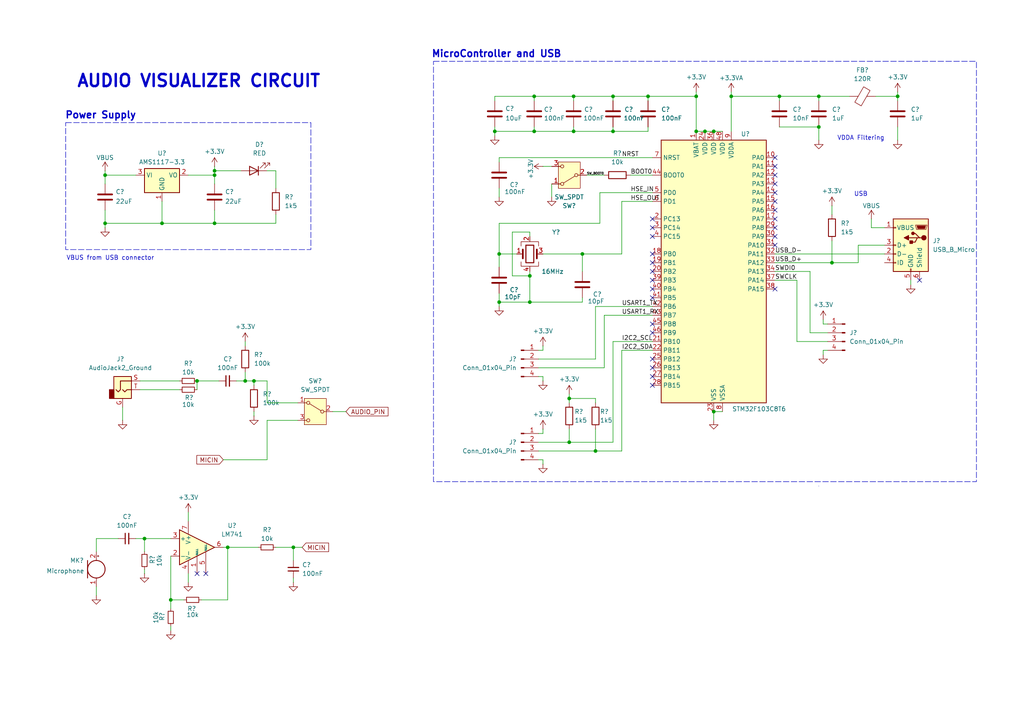
<source format=kicad_sch>
(kicad_sch (version 20231120) (generator "eeschema") (generator_version "8.0")
  (paper "A4")
  (title_block (title "Audio Visualizer PCB") (date "2024-12-26") (rev "0.1"))
  (lib_symbols
    (symbol "Amplifier_Operational:LM741" (pin_names (offset 0.127))
      (property "Reference" "U" (at 0 6.35 0))
      (property "Value" "LM741" (at 0 3.81 0))
      (symbol "LM741_0_1"
        (polyline (pts (xy -5.08 5.08) (xy 5.08 0) (xy -5.08 -5.08) (xy -5.08 5.08)) (stroke (width 0.254)) (fill (type background)))
      )
      (symbol "LM741_1_1"
        (pin input line (at 0 -7.62 90) (length 5.08) (name "NULL") (number "1"))
        (pin input line (at -7.62 -2.54 0) (length 2.54) (name "-") (number "2"))
        (pin input line (at -7.62 2.54 0) (length 2.54) (name "+") (number "3"))
        (pin power_in line (at -2.54 -7.62 90) (length 3.81) (name "V-") (number "4"))
        (pin input line (at 2.54 -7.62 90) (length 6.35) (name "NULL") (number "5"))
        (pin output line (at 7.62 0 180) (length 2.54) (name "~") (number "6"))
        (pin power_in line (at -2.54 7.62 270) (length 3.81) (name "V+") (number "7"))
        (pin no_connect line (at 0 2.54 270) (length 2.54) hide (name "NC") (number "8"))
      )
    )
    (symbol "Connector:Conn_01x04_Pin" (pin_names (offset 1.016) hide)
      (property "Reference" "J" (at 0 5.08 0))
      (property "Value" "Conn_01x04_Pin" (at 0 -7.62 0))
      (symbol "Conn_01x04_Pin_1_1"
        (polyline (pts (xy 1.27 -5.08) (xy 0.8636 -5.08)) (stroke (width 0.1524)))
        (polyline (pts (xy 1.27 -2.54) (xy 0.8636 -2.54)) (stroke (width 0.1524)))
        (polyline (pts (xy 1.27 0) (xy 0.8636 0)) (stroke (width 0.1524)))
        (polyline (pts (xy 1.27 2.54) (xy 0.8636 2.54)) (stroke (width 0.1524)))
        (rectangle (start 0.8636 -4.953) (end 0 -5.207) (stroke (width 0.1524)) (fill (type outline)))
        (rectangle (start 0.8636 -2.413) (end 0 -2.667) (stroke (width 0.1524)) (fill (type outline)))
        (rectangle (start 0.8636 0.127) (end 0 -0.127) (stroke (width 0.1524)) (fill (type outline)))
        (rectangle (start 0.8636 2.667) (end 0 2.413) (stroke (width 0.1524)) (fill (type outline)))
        (pin passive line (at 5.08 2.54 180) (length 3.81) (name "Pin_1") (number "1"))
        (pin passive line (at 5.08 0 180) (length 3.81) (name "Pin_2") (number "2"))
        (pin passive line (at 5.08 -2.54 180) (length 3.81) (name "Pin_3") (number "3"))
        (pin passive line (at 5.08 -5.08 180) (length 3.81) (name "Pin_4") (number "4"))
      )
    )
    (symbol "Connector:USB_B_Micro" (pin_names (offset 1.016))
      (property "Reference" "J" (at -5.08 11.43 0))
      (property "Value" "USB_B_Micro" (at -5.08 8.89 0))
      (symbol "USB_B_Micro_0_1"
        (rectangle (start -5.08 -7.62) (end 5.08 7.62) (stroke (width 0.254)) (fill (type background)))
        (circle (center -3.81 2.159) (radius 0.635) (stroke (width 0.254)) (fill (type outline)))
        (circle (center -0.635 3.429) (radius 0.381) (stroke (width 0.254)) (fill (type outline)))
        (rectangle (start -0.127 -7.62) (end 0.127 -6.858))
        (polyline (pts (xy -1.905 2.159) (xy 0.635 2.159)) (stroke (width 0.254)))
        (polyline (pts (xy -3.175 2.159) (xy -2.54 2.159) (xy -1.27 3.429) (xy -0.635 3.429)) (stroke (width 0.254)))
        (polyline (pts (xy -2.54 2.159) (xy -1.905 2.159) (xy -1.27 0.889) (xy 0 0.889)) (stroke (width 0.254)))
        (polyline (pts (xy 0.635 2.794) (xy 0.635 1.524) (xy 1.905 2.159) (xy 0.635 2.794)) (stroke (width 0.254)) (fill (type outline)))
        (polyline (pts (xy -4.318 5.588) (xy -1.778 5.588) (xy -2.032 4.826) (xy -4.064 4.826) (xy -4.318 5.588)) (fill (type outline)))
        (polyline (pts (xy -4.699 5.842) (xy -4.699 5.588) (xy -4.445 4.826) (xy -4.445 4.572) (xy -1.651 4.572) (xy -1.651 4.826) (xy -1.397 5.588) (xy -1.397 5.842) (xy -4.699 5.842)))
        (rectangle (start 0.254 1.27) (end -0.508 0.508) (stroke (width 0.254)) (fill (type outline)))
        (rectangle (start 5.08 -5.207) (end 4.318 -4.953))
        (rectangle (start 5.08 -2.667) (end 4.318 -2.413))
        (rectangle (start 5.08 -0.127) (end 4.318 0.127))
        (rectangle (start 5.08 4.953) (end 4.318 5.207))
      )
      (symbol "USB_B_Micro_1_1"
        (pin power_out line (at 7.62 5.08 180) (length 2.54) (name "VBUS") (number "1"))
        (pin bidirectional line (at 7.62 -2.54 180) (length 2.54) (name "D-") (number "2"))
        (pin bidirectional line (at 7.62 0 180) (length 2.54) (name "D+") (number "3"))
        (pin passive line (at 7.62 -5.08 180) (length 2.54) (name "ID") (number "4"))
        (pin power_out line (at 0 -10.16 90) (length 2.54) (name "GND") (number "5"))
        (pin passive line (at -2.54 -10.16 90) (length 2.54) (name "Shield") (number "6"))
      )
    )
    (symbol "Connector_Audio:AudioJack2_Ground"
      (property "Reference" "J" (at 0 8.89 0))
      (property "Value" "AudioJack2_Ground" (at 0 6.35 0))
      (symbol "AudioJack2_Ground_0_1"
        (rectangle (start -2.54 -2.54) (end -3.81 0) (stroke (width 0.254)) (fill (type outline)))
        (polyline (pts (xy 0 0) (xy 0.635 -0.635) (xy 1.27 0) (xy 2.54 0)) (stroke (width 0.254)))
        (polyline (pts (xy 2.54 2.54) (xy -0.635 2.54) (xy -0.635 0) (xy -1.27 -0.635) (xy -1.905 0)) (stroke (width 0.254)))
        (rectangle (start 2.54 3.81) (end -2.54 -2.54) (stroke (width 0.254)) (fill (type background)))
      )
      (symbol "AudioJack2_Ground_1_1"
        (pin passive line (at 0 -5.08 90) (length 2.54) (name "~") (number "G"))
        (pin passive line (at 5.08 2.54 180) (length 2.54) (name "~") (number "S"))
        (pin passive line (at 5.08 0 180) (length 2.54) (name "~") (number "T"))
      )
    )
    (symbol "Device:C" (pin_numbers hide) (pin_names (offset 0.254))
      (property "Reference" "C" (at 0.635 2.54 0))
      (property "Value" "C" (at 0.635 -2.54 0))
      (symbol "C_0_1"
        (polyline (pts (xy -2.032 -0.762) (xy 2.032 -0.762)) (stroke (width 0.508)))
        (polyline (pts (xy -2.032 0.762) (xy 2.032 0.762)) (stroke (width 0.508)))
      )
      (symbol "C_1_1"
        (pin passive line (at 0 3.81 270) (length 2.794) (name "~") (number "1"))
        (pin passive line (at 0 -3.81 90) (length 2.794) (name "~") (number "2"))
      )
    )
    (symbol "Device:C_Small" (pin_numbers hide) (pin_names (offset 0.254) hide)
      (property "Reference" "C" (at 0.254 1.778 0))
      (property "Value" "C_Small" (at 0.254 -2.032 0))
      (symbol "C_Small_0_1"
        (polyline (pts (xy -1.524 -0.508) (xy 1.524 -0.508)) (stroke (width 0.3302)))
        (polyline (pts (xy -1.524 0.508) (xy 1.524 0.508)) (stroke (width 0.3048)))
      )
      (symbol "C_Small_1_1"
        (pin passive line (at 0 2.54 270) (length 2.032) (name "~") (number "1"))
        (pin passive line (at 0 -2.54 90) (length 2.032) (name "~") (number "2"))
      )
    )
    (symbol "Device:Crystal_GND24" (pin_names (offset 1.016) hide)
      (property "Reference" "Y" (at 3.175 5.08 0))
      (property "Value" "Crystal_GND24" (at 3.175 3.175 0))
      (symbol "Crystal_GND24_0_1"
        (rectangle (start -1.143 2.54) (end 1.143 -2.54) (stroke (width 0.3048)))
        (polyline (pts (xy -2.54 0) (xy -2.032 0)))
        (polyline (pts (xy -2.032 -1.27) (xy -2.032 1.27)) (stroke (width 0.508)))
        (polyline (pts (xy 0 -3.81) (xy 0 -3.556)))
        (polyline (pts (xy 0 3.556) (xy 0 3.81)))
        (polyline (pts (xy 2.032 -1.27) (xy 2.032 1.27)) (stroke (width 0.508)))
        (polyline (pts (xy 2.032 0) (xy 2.54 0)))
        (polyline (pts (xy -2.54 -2.286) (xy -2.54 -3.556) (xy 2.54 -3.556) (xy 2.54 -2.286)))
        (polyline (pts (xy -2.54 2.286) (xy -2.54 3.556) (xy 2.54 3.556) (xy 2.54 2.286)))
      )
      (symbol "Crystal_GND24_1_1"
        (pin passive line (at -3.81 0 0) (length 1.27) (name "1") (number "1"))
        (pin passive line (at 0 5.08 270) (length 1.27) (name "2") (number "2"))
        (pin passive line (at 3.81 0 180) (length 1.27) (name "3") (number "3"))
        (pin passive line (at 0 -5.08 90) (length 1.27) (name "4") (number "4"))
      )
    )
    (symbol "Device:FerriteBead" (pin_numbers hide) (pin_names (offset 0))
      (property "Reference" "FB" (at -3.81 0.635 90))
      (property "Value" "FerriteBead" (at 3.81 0 90))
      (symbol "FerriteBead_0_1"
        (polyline (pts (xy 0 -1.27) (xy 0 -1.2192)))
        (polyline (pts (xy 0 1.27) (xy 0 1.2954)))
        (polyline (pts (xy -2.7686 0.4064) (xy -1.7018 2.2606) (xy 2.7686 -0.3048) (xy 1.6764 -2.159) (xy -2.7686 0.4064)))
      )
      (symbol "FerriteBead_1_1"
        (pin passive line (at 0 3.81 270) (length 2.54) (name "~") (number "1"))
        (pin passive line (at 0 -3.81 90) (length 2.54) (name "~") (number "2"))
      )
    )
    (symbol "Device:LED" (pin_numbers hide) (pin_names (offset 1.016) hide)
      (property "Reference" "D" (at 0 2.54 0))
      (property "Value" "LED" (at 0 -2.54 0))
      (symbol "LED_0_1"
        (polyline (pts (xy -1.27 -1.27) (xy -1.27 1.27)) (stroke (width 0.254)))
        (polyline (pts (xy -1.27 0) (xy 1.27 0)))
        (polyline (pts (xy 1.27 -1.27) (xy 1.27 1.27) (xy -1.27 0) (xy 1.27 -1.27)) (stroke (width 0.254)))
        (polyline (pts (xy -3.048 -0.762) (xy -4.572 -2.286) (xy -3.81 -2.286) (xy -4.572 -2.286) (xy -4.572 -1.524)))
        (polyline (pts (xy -1.778 -0.762) (xy -3.302 -2.286) (xy -2.54 -2.286) (xy -3.302 -2.286) (xy -3.302 -1.524)))
      )
      (symbol "LED_1_1"
        (pin passive line (at -3.81 0 0) (length 2.54) (name "K") (number "1"))
        (pin passive line (at 3.81 0 180) (length 2.54) (name "A") (number "2"))
      )
    )
    (symbol "Device:Microphone" (pin_names (offset 0.0254) hide)
      (property "Reference" "MK" (at -3.81 1.27 0))
      (property "Value" "Microphone" (at -3.81 -0.635 0))
      (symbol "Microphone_0_1"
        (polyline (pts (xy -2.54 2.54) (xy -2.54 -2.54)) (stroke (width 0.254)))
        (polyline (pts (xy 0.254 3.81) (xy 0.762 3.81)))
        (polyline (pts (xy 0.508 4.064) (xy 0.508 3.556)))
        (circle (center 0 0) (radius 2.54) (stroke (width 0.254)))
      )
      (symbol "Microphone_1_1"
        (pin passive line (at 0 -5.08 90) (length 2.54) (name "-") (number "1"))
        (pin passive line (at 0 5.08 270) (length 2.54) (name "+") (number "2"))
      )
    )
    (symbol "Device:R" (pin_numbers hide) (pin_names (offset 0))
      (property "Reference" "R" (at 2.032 0 90))
      (property "Value" "R" (at 0 0 90))
      (symbol "R_0_1"
        (rectangle (start -1.016 -2.54) (end 1.016 2.54) (stroke (width 0.254)))
      )
      (symbol "R_1_1"
        (pin passive line (at 0 3.81 270) (length 1.27) (name "~") (number "1"))
        (pin passive line (at 0 -3.81 90) (length 1.27) (name "~") (number "2"))
      )
    )
    (symbol "Device:R_Small" (pin_numbers hide) (pin_names (offset 0.254) hide)
      (property "Reference" "R" (at 0.762 0.508 0))
      (property "Value" "R_Small" (at 0.762 -1.016 0))
      (symbol "R_Small_0_1"
        (rectangle (start -0.762 1.778) (end 0.762 -1.778) (stroke (width 0.2032)))
      )
      (symbol "R_Small_1_1"
        (pin passive line (at 0 2.54 270) (length 0.762) (name "~") (number "1"))
        (pin passive line (at 0 -2.54 90) (length 0.762) (name "~") (number "2"))
      )
    )
    (symbol "MCU_ST_STM32F1:STM32F103C8Tx"
      (property "Reference" "U" (at -15.24 39.37 0))
      (property "Value" "STM32F103C8Tx" (at 7.62 39.37 0))
      (symbol "STM32F103C8Tx_0_1"
        (rectangle (start -15.24 -38.1) (end 15.24 38.1) (stroke (width 0.254)) (fill (type background)))
      )
      (symbol "STM32F103C8Tx_1_1"
        (pin power_in line (at -5.08 40.64 270) (length 2.54) (name "VBAT") (number "1"))
        (pin bidirectional line (at 17.78 33.02 180) (length 2.54) (name "PA0") (number "10"))
        (pin bidirectional line (at 17.78 30.48 180) (length 2.54) (name "PA1") (number "11"))
        (pin bidirectional line (at 17.78 27.94 180) (length 2.54) (name "PA2") (number "12"))
        (pin bidirectional line (at 17.78 25.4 180) (length 2.54) (name "PA3") (number "13"))
        (pin bidirectional line (at 17.78 22.86 180) (length 2.54) (name "PA4") (number "14"))
        (pin bidirectional line (at 17.78 20.32 180) (length 2.54) (name "PA5") (number "15"))
        (pin bidirectional line (at 17.78 17.78 180) (length 2.54) (name "PA6") (number "16"))
        (pin bidirectional line (at 17.78 15.24 180) (length 2.54) (name "PA7") (number "17"))
        (pin bidirectional line (at -17.78 5.08 0) (length 2.54) (name "PB0") (number "18"))
        (pin bidirectional line (at -17.78 2.54 0) (length 2.54) (name "PB1") (number "19"))
        (pin bidirectional line (at -17.78 15.24 0) (length 2.54) (name "PC13") (number "2"))
        (pin bidirectional line (at -17.78 0 0) (length 2.54) (name "PB2") (number "20"))
        (pin bidirectional line (at -17.78 -20.32 0) (length 2.54) (name "PB10") (number "21"))
        (pin bidirectional line (at -17.78 -22.86 0) (length 2.54) (name "PB11") (number "22"))
        (pin power_in line (at 0 -40.64 90) (length 2.54) (name "VSS") (number "23"))
        (pin power_in line (at -2.54 40.64 270) (length 2.54) (name "VDD") (number "24"))
        (pin bidirectional line (at -17.78 -25.4 0) (length 2.54) (name "PB12") (number "25"))
        (pin bidirectional line (at -17.78 -27.94 0) (length 2.54) (name "PB13") (number "26"))
        (pin bidirectional line (at -17.78 -30.48 0) (length 2.54) (name "PB14") (number "27"))
        (pin bidirectional line (at -17.78 -33.02 0) (length 2.54) (name "PB15") (number "28"))
        (pin bidirectional line (at 17.78 12.7 180) (length 2.54) (name "PA8") (number "29"))
        (pin bidirectional line (at -17.78 12.7 0) (length 2.54) (name "PC14") (number "3"))
        (pin bidirectional line (at 17.78 10.16 180) (length 2.54) (name "PA9") (number "30"))
        (pin bidirectional line (at 17.78 7.62 180) (length 2.54) (name "PA10") (number "31"))
        (pin bidirectional line (at 17.78 5.08 180) (length 2.54) (name "PA11") (number "32"))
        (pin bidirectional line (at 17.78 2.54 180) (length 2.54) (name "PA12") (number "33"))
        (pin bidirectional line (at 17.78 0 180) (length 2.54) (name "PA13") (number "34"))
        (pin passive line (at 0 -40.64 90) (length 2.54) hide (name "VSS") (number "35"))
        (pin power_in line (at 0 40.64 270) (length 2.54) (name "VDD") (number "36"))
        (pin bidirectional line (at 17.78 -2.54 180) (length 2.54) (name "PA14") (number "37"))
        (pin bidirectional line (at 17.78 -5.08 180) (length 2.54) (name "PA15") (number "38"))
        (pin bidirectional line (at -17.78 -2.54 0) (length 2.54) (name "PB3") (number "39"))
        (pin bidirectional line (at -17.78 10.16 0) (length 2.54) (name "PC15") (number "4"))
        (pin bidirectional line (at -17.78 -5.08 0) (length 2.54) (name "PB4") (number "40"))
        (pin bidirectional line (at -17.78 -7.62 0) (length 2.54) (name "PB5") (number "41"))
        (pin bidirectional line (at -17.78 -10.16 0) (length 2.54) (name "PB6") (number "42"))
        (pin bidirectional line (at -17.78 -12.7 0) (length 2.54) (name "PB7") (number "43"))
        (pin input line (at -17.78 27.94 0) (length 2.54) (name "BOOT0") (number "44"))
        (pin bidirectional line (at -17.78 -15.24 0) (length 2.54) (name "PB8") (number "45"))
        (pin bidirectional line (at -17.78 -17.78 0) (length 2.54) (name "PB9") (number "46"))
        (pin passive line (at 0 -40.64 90) (length 2.54) hide (name "VSS") (number "47"))
        (pin power_in line (at 2.54 40.64 270) (length 2.54) (name "VDD") (number "48"))
        (pin bidirectional line (at -17.78 22.86 0) (length 2.54) (name "PD0") (number "5"))
        (pin bidirectional line (at -17.78 20.32 0) (length 2.54) (name "PD1") (number "6"))
        (pin input line (at -17.78 33.02 0) (length 2.54) (name "NRST") (number "7"))
        (pin power_in line (at 2.54 -40.64 90) (length 2.54) (name "VSSA") (number "8"))
        (pin power_in line (at 5.08 40.64 270) (length 2.54) (name "VDDA") (number "9"))
      )
    )
    (symbol "Regulator_Linear:AMS1117-3.3"
      (property "Reference" "U" (at -3.81 3.175 0))
      (property "Value" "AMS1117-3.3" (at 0 3.175 0))
      (symbol "AMS1117-3.3_0_1"
        (rectangle (start -5.08 -5.08) (end 5.08 1.905) (stroke (width 0.254)) (fill (type background)))
      )
      (symbol "AMS1117-3.3_1_1"
        (pin power_in line (at 0 -7.62 90) (length 2.54) (name "GND") (number "1"))
        (pin power_out line (at 7.62 0 180) (length 2.54) (name "VO") (number "2"))
        (pin power_in line (at -7.62 0 0) (length 2.54) (name "VI") (number "3"))
      )
    )
    (symbol "Switch:SW_SPDT" (pin_names (offset 0) hide)
      (property "Reference" "SW" (at 0 5.08 0))
      (property "Value" "SW_SPDT" (at 0 -5.08 0))
      (symbol "SW_SPDT_0_1"
        (circle (center -2.032 0) (radius 0.4572))
        (polyline (pts (xy -1.651 0.254) (xy 1.651 2.286)))
        (circle (center 2.032 -2.54) (radius 0.4572))
        (circle (center 2.032 2.54) (radius 0.4572))
      )
      (symbol "SW_SPDT_1_1"
        (rectangle (start -3.175 3.81) (end 3.175 -3.81) (fill (type background)))
        (pin passive line (at 5.08 2.54 180) (length 2.54) (name "A") (number "1"))
        (pin passive line (at -5.08 0 0) (length 2.54) (name "B") (number "2"))
        (pin passive line (at 5.08 -2.54 180) (length 2.54) (name "C") (number "3"))
      )
    )
    (symbol "power:+3.3V" (power) (pin_numbers hide) (pin_names (offset 0) hide)
      (property "Value" "+3.3V" (at 0 3.556 0))
      (symbol "+3.3V_0_1"
        (polyline (pts (xy -0.762 1.27) (xy 0 2.54)))
        (polyline (pts (xy 0 0) (xy 0 2.54)))
        (polyline (pts (xy 0 2.54) (xy 0.762 1.27)))
      )
      (symbol "+3.3V_1_1"
        (pin power_in line (at 0 0 90) (length 0) (name "~") (number "1"))
      )
    )
    (symbol "power:+3.3VA" (power) (pin_numbers hide) (pin_names (offset 0) hide)
      (property "Value" "+3.3VA" (at 0 3.556 0))
      (symbol "+3.3VA_0_1"
        (polyline (pts (xy -0.762 1.27) (xy 0 2.54)))
        (polyline (pts (xy 0 0) (xy 0 2.54)))
        (polyline (pts (xy 0 2.54) (xy 0.762 1.27)))
      )
      (symbol "+3.3VA_1_1"
        (pin power_in line (at 0 0 90) (length 0) (name "~") (number "1"))
      )
    )
    (symbol "power:GND" (power) (pin_numbers hide) (pin_names (offset 0) hide)
      (property "Value" "GND" (at 0 -3.81 0))
      (symbol "GND_0_1"
        (polyline (pts (xy 0 0) (xy 0 -1.27) (xy 1.27 -1.27) (xy 0 -2.54) (xy -1.27 -1.27) (xy 0 -1.27)))
      )
      (symbol "GND_1_1"
        (pin power_in line (at 0 0 270) (length 0) (name "~") (number "1"))
      )
    )
    (symbol "power:VBUS" (power) (pin_numbers hide) (pin_names (offset 0) hide)
      (property "Value" "VBUS" (at 0 3.556 0))
      (symbol "VBUS_0_1"
        (polyline (pts (xy -0.762 1.27) (xy 0 2.54)))
        (polyline (pts (xy 0 0) (xy 0 2.54)))
        (polyline (pts (xy 0 2.54) (xy 0.762 1.27)))
      )
      (symbol "VBUS_1_1"
        (pin power_in line (at 0 0 90) (length 0) (name "~") (number "1"))
      )
    )
  )
  (junction (at 177.8 27.94))
  (junction (at 71.12 110.49))
  (junction (at 226.06 27.94))
  (junction (at 237.49 36.83))
  (junction (at 46.99 64.77))
  (junction (at 144.78 73.66))
  (junction (at 212.09 27.94))
  (junction (at 172.72 130.81))
  (junction (at 166.37 38.1))
  (junction (at 153.67 80.01))
  (junction (at 237.49 27.94))
  (junction (at 241.3 76.2))
  (junction (at 41.91 156.21))
  (junction (at 62.23 64.77))
  (junction (at 85.09 158.75))
  (junction (at 49.53 173.99))
  (junction (at 165.1 115.57))
  (junction (at 165.1 128.27))
  (junction (at 143.51 38.1))
  (junction (at 62.23 49.53))
  (junction (at 260.35 27.94))
  (junction (at 201.93 27.94))
  (junction (at 66.04 158.75))
  (junction (at 207.01 38.1))
  (junction (at 204.47 38.1))
  (junction (at 30.48 50.8))
  (junction (at 201.93 38.1))
  (junction (at 207.01 119.38))
  (junction (at 153.67 87.63))
  (junction (at 187.96 27.94))
  (junction (at 168.91 73.66))
  (junction (at 144.78 87.63))
  (junction (at 154.94 27.94))
  (junction (at 73.66 110.49))
  (junction (at 166.37 27.94))
  (junction (at 154.94 38.1))
  (junction (at 30.48 64.77))
  (junction (at 57.15 110.49))
  (junction (at 177.8 38.1))
  (junction (at 62.23 50.8))
  (no_connect (at 189.23 68.58))
  (no_connect (at 224.79 48.26))
  (no_connect (at 189.23 63.5))
  (no_connect (at 224.79 53.34))
  (no_connect (at 224.79 66.04))
  (no_connect (at 189.23 109.22))
  (no_connect (at 224.79 45.72))
  (no_connect (at 189.23 111.76))
  (no_connect (at 224.79 55.88))
  (no_connect (at 224.79 63.5))
  (no_connect (at 189.23 106.68))
  (no_connect (at 189.23 78.74))
  (no_connect (at 59.69 166.37))
  (no_connect (at 266.7 81.28))
  (no_connect (at 224.79 83.82))
  (no_connect (at 224.79 68.58))
  (no_connect (at 189.23 83.82))
  (no_connect (at 189.23 86.36))
  (no_connect (at 189.23 76.2))
  (no_connect (at 224.79 58.42))
  (no_connect (at 189.23 81.28))
  (no_connect (at 224.79 71.12))
  (no_connect (at 224.79 60.96))
  (no_connect (at 224.79 50.8))
  (no_connect (at 189.23 96.52))
  (no_connect (at 57.15 166.37))
  (no_connect (at 189.23 73.66))
  (no_connect (at 189.23 104.14))
  (no_connect (at 189.23 66.04))
  (no_connect (at 189.23 93.98))
  (wire (pts (xy 77.47 121.92) (xy 86.36 121.92)))
  (wire (pts (xy 264.16 81.28) (xy 264.16 82.55)))
  (wire (pts (xy 182.88 50.8) (xy 189.23 50.8)))
  (wire (pts (xy 154.94 38.1) (xy 154.94 36.83)))
  (wire (pts (xy 143.51 38.1) (xy 154.94 38.1)))
  (wire (pts (xy 57.15 110.49) (xy 57.15 113.03)))
  (wire (pts (xy 157.48 109.22) (xy 157.48 110.49)))
  (wire (pts (xy 62.23 60.96) (xy 62.23 64.77)))
  (wire (pts (xy 49.53 173.99) (xy 49.53 176.53)))
  (wire (pts (xy 156.21 133.35) (xy 157.48 133.35)))
  (wire (pts (xy 62.23 64.77) (xy 80.01 64.77)))
  (wire (pts (xy 172.72 130.81) (xy 180.34 130.81)))
  (wire (pts (xy 148.59 80.01) (xy 153.67 80.01)))
  (wire (pts (xy 226.06 27.94) (xy 226.06 29.21)))
  (wire (pts (xy 27.94 160.02) (xy 27.94 156.21)))
  (wire (pts (xy 73.66 119.38) (xy 73.66 120.65)))
  (wire (pts (xy 30.48 50.8) (xy 39.37 50.8)))
  (wire (pts (xy 187.96 38.1) (xy 187.96 36.83)))
  (wire (pts (xy 187.96 27.94) (xy 177.8 27.94)))
  (wire (pts (xy 144.78 73.66) (xy 144.78 77.47)))
  (wire (pts (xy 77.47 133.35) (xy 77.47 121.92)))
  (wire (pts (xy 260.35 29.21) (xy 260.35 27.94)))
  (wire (pts (xy 157.48 125.73) (xy 156.21 125.73)))
  (wire (pts (xy 66.04 158.75) (xy 74.93 158.75)))
  (wire (pts (xy 149.86 73.66) (xy 144.78 73.66)))
  (wire (pts (xy 49.53 161.29) (xy 49.53 173.99)))
  (wire (pts (xy 177.8 27.94) (xy 177.8 29.21)))
  (wire (pts (xy 73.66 110.49) (xy 77.47 110.49)))
  (wire (pts (xy 62.23 49.53) (xy 62.23 50.8)))
  (wire (pts (xy 157.48 124.46) (xy 157.48 125.73)))
  (wire (pts (xy 148.59 67.31) (xy 153.67 67.31)))
  (wire (pts (xy 68.58 110.49) (xy 71.12 110.49)))
  (wire (pts (xy 187.96 27.94) (xy 187.96 29.21)))
  (wire (pts (xy 54.61 166.37) (xy 54.61 168.91)))
  (wire (pts (xy 226.06 27.94) (xy 237.49 27.94)))
  (wire (pts (xy 238.76 101.6) (xy 238.76 102.87)))
  (wire (pts (xy 237.49 27.94) (xy 237.49 29.21)))
  (wire (pts (xy 165.1 124.46) (xy 165.1 128.27)))
  (wire (pts (xy 248.92 71.12) (xy 256.54 71.12)))
  (wire (pts (xy 177.8 38.1) (xy 187.96 38.1)))
  (wire (pts (xy 165.1 114.3) (xy 165.1 115.57)))
  (wire (pts (xy 260.35 26.67) (xy 260.35 27.94)))
  (wire (pts (xy 54.61 148.59) (xy 54.61 151.13)))
  (wire (pts (xy 237.49 36.83) (xy 237.49 40.64)))
  (wire (pts (xy 62.23 64.77) (xy 46.99 64.77)))
  (wire (pts (xy 153.67 78.74) (xy 153.67 80.01)))
  (wire (pts (xy 172.72 124.46) (xy 172.72 130.81)))
  (wire (pts (xy 71.12 110.49) (xy 73.66 110.49)))
  (wire (pts (xy 177.8 128.27) (xy 177.8 99.06)))
  (wire (pts (xy 157.48 73.66) (xy 168.91 73.66)))
  (wire (pts (xy 73.66 110.49) (xy 73.66 111.76)))
  (wire (pts (xy 30.48 49.53) (xy 30.48 50.8)))
  (wire (pts (xy 153.67 68.58) (xy 153.67 67.31)))
  (wire (pts (xy 175.26 91.44) (xy 189.23 91.44)))
  (wire (pts (xy 35.56 118.11) (xy 35.56 121.92)))
  (wire (pts (xy 157.48 100.33) (xy 157.48 101.6)))
  (wire (pts (xy 172.72 88.9) (xy 172.72 104.14)))
  (wire (pts (xy 231.14 81.28) (xy 231.14 99.06)))
  (wire (pts (xy 96.52 119.38) (xy 100.33 119.38)))
  (wire (pts (xy 166.37 38.1) (xy 177.8 38.1)))
  (wire (pts (xy 49.53 173.99) (xy 53.34 173.99)))
  (wire (pts (xy 46.99 64.77) (xy 30.48 64.77)))
  (wire (pts (xy 156.21 128.27) (xy 165.1 128.27)))
  (wire (pts (xy 30.48 53.34) (xy 30.48 50.8)))
  (wire (pts (xy 207.01 38.1) (xy 209.55 38.1)))
  (wire (pts (xy 80.01 49.53) (xy 80.01 54.61)))
  (wire (pts (xy 144.78 54.61) (xy 144.78 57.15)))
  (wire (pts (xy 224.79 78.74) (xy 234.95 78.74)))
  (wire (pts (xy 165.1 115.57) (xy 165.1 116.84)))
  (wire (pts (xy 177.8 38.1) (xy 177.8 36.83)))
  (wire (pts (xy 212.09 27.94) (xy 226.06 27.94)))
  (wire (pts (xy 157.48 133.35) (xy 157.48 134.62)))
  (wire (pts (xy 49.53 181.61) (xy 49.53 182.88)))
  (wire (pts (xy 168.91 73.66) (xy 180.34 73.66)))
  (wire (pts (xy 177.8 27.94) (xy 166.37 27.94)))
  (wire (pts (xy 143.51 38.1) (xy 143.51 39.37)))
  (wire (pts (xy 160.02 53.34) (xy 160.02 57.15)))
  (wire (pts (xy 180.34 101.6) (xy 189.23 101.6)))
  (wire (pts (xy 71.12 107.95) (xy 71.12 110.49)))
  (wire (pts (xy 27.94 170.18) (xy 27.94 172.72)))
  (wire (pts (xy 154.94 27.94) (xy 154.94 29.21)))
  (wire (pts (xy 154.94 27.94) (xy 143.51 27.94)))
  (wire (pts (xy 180.34 130.81) (xy 180.34 101.6)))
  (wire (pts (xy 224.79 76.2) (xy 241.3 76.2)))
  (wire (pts (xy 71.12 99.06) (xy 71.12 100.33)))
  (wire (pts (xy 166.37 27.94) (xy 166.37 29.21)))
  (wire (pts (xy 156.21 106.68) (xy 175.26 106.68)))
  (wire (pts (xy 234.95 96.52) (xy 234.95 78.74)))
  (wire (pts (xy 143.51 27.94) (xy 143.51 29.21)))
  (wire (pts (xy 168.91 78.74) (xy 168.91 73.66)))
  (wire (pts (xy 30.48 64.77) (xy 30.48 66.04)))
  (wire (pts (xy 144.78 87.63) (xy 153.67 87.63)))
  (wire (pts (xy 207.01 119.38) (xy 209.55 119.38)))
  (wire (pts (xy 148.59 67.31) (xy 148.59 80.01)))
  (wire (pts (xy 173.99 55.88) (xy 189.23 55.88)))
  (wire (pts (xy 144.78 45.72) (xy 144.78 46.99)))
  (wire (pts (xy 165.1 128.27) (xy 177.8 128.27)))
  (wire (pts (xy 260.35 36.83) (xy 260.35 40.64)))
  (wire (pts (xy 41.91 165.1) (xy 41.91 166.37)))
  (wire (pts (xy 248.92 76.2) (xy 248.92 71.12)))
  (wire (pts (xy 166.37 38.1) (xy 166.37 36.83)))
  (wire (pts (xy 212.09 26.67) (xy 212.09 27.94)))
  (wire (pts (xy 62.23 50.8) (xy 62.23 53.34)))
  (wire (pts (xy 62.23 48.26) (xy 62.23 49.53)))
  (wire (pts (xy 175.26 106.68) (xy 175.26 91.44)))
  (wire (pts (xy 40.64 113.03) (xy 52.07 113.03)))
  (wire (pts (xy 41.91 156.21) (xy 41.91 160.02)))
  (wire (pts (xy 238.76 92.71) (xy 238.76 93.98)))
  (wire (pts (xy 241.3 76.2) (xy 248.92 76.2)))
  (wire (pts (xy 237.49 27.94) (xy 246.38 27.94)))
  (wire (pts (xy 166.37 27.94) (xy 154.94 27.94)))
  (wire (pts (xy 39.37 156.21) (xy 41.91 156.21)))
  (wire (pts (xy 172.72 104.14) (xy 156.21 104.14)))
  (wire (pts (xy 224.79 73.66) (xy 256.54 73.66)))
  (wire (pts (xy 85.09 167.64) (xy 85.09 168.91)))
  (wire (pts (xy 204.47 38.1) (xy 207.01 38.1)))
  (wire (pts (xy 27.94 156.21) (xy 34.29 156.21)))
  (wire (pts (xy 41.91 156.21) (xy 49.53 156.21)))
  (wire (pts (xy 157.48 48.26) (xy 160.02 48.26)))
  (wire (pts (xy 201.93 38.1) (xy 204.47 38.1)))
  (wire (pts (xy 77.47 110.49) (xy 77.47 116.84)))
  (wire (pts (xy 201.93 27.94) (xy 201.93 38.1)))
  (wire (pts (xy 212.09 27.94) (xy 212.09 38.1)))
  (wire (pts (xy 241.3 69.85) (xy 241.3 76.2)))
  (wire (pts (xy 154.94 38.1) (xy 166.37 38.1)))
  (wire (pts (xy 180.34 73.66) (xy 180.34 58.42)))
  (wire (pts (xy 80.01 62.23) (xy 80.01 64.77)))
  (wire (pts (xy 66.04 173.99) (xy 66.04 158.75)))
  (wire (pts (xy 144.78 87.63) (xy 144.78 88.9)))
  (wire (pts (xy 144.78 45.72) (xy 189.23 45.72)))
  (wire (pts (xy 226.06 36.83) (xy 237.49 36.83)))
  (wire (pts (xy 254 27.94) (xy 260.35 27.94)))
  (wire (pts (xy 62.23 49.53) (xy 69.85 49.53)))
  (wire (pts (xy 85.09 158.75) (xy 87.63 158.75)))
  (wire (pts (xy 156.21 109.22) (xy 157.48 109.22)))
  (wire (pts (xy 143.51 36.83) (xy 143.51 38.1)))
  (wire (pts (xy 241.3 59.69) (xy 241.3 62.23)))
  (wire (pts (xy 177.8 99.06) (xy 189.23 99.06)))
  (wire (pts (xy 144.78 64.77) (xy 173.99 64.77)))
  (wire (pts (xy 57.15 110.49) (xy 63.5 110.49)))
  (wire (pts (xy 170.18 50.8) (xy 175.26 50.8)))
  (wire (pts (xy 64.77 158.75) (xy 66.04 158.75)))
  (wire (pts (xy 58.42 173.99) (xy 66.04 173.99)))
  (wire (pts (xy 156.21 130.81) (xy 172.72 130.81)))
  (wire (pts (xy 172.72 116.84) (xy 172.72 115.57)))
  (wire (pts (xy 180.34 58.42) (xy 189.23 58.42)))
  (wire (pts (xy 240.03 101.6) (xy 238.76 101.6)))
  (wire (pts (xy 172.72 115.57) (xy 165.1 115.57)))
  (wire (pts (xy 40.64 110.49) (xy 52.07 110.49)))
  (wire (pts (xy 252.73 63.5) (xy 252.73 66.04)))
  (wire (pts (xy 201.93 27.94) (xy 187.96 27.94)))
  (wire (pts (xy 201.93 26.67) (xy 201.93 27.94)))
  (wire (pts (xy 80.01 158.75) (xy 85.09 158.75)))
  (wire (pts (xy 46.99 58.42) (xy 46.99 64.77)))
  (wire (pts (xy 77.47 49.53) (xy 80.01 49.53)))
  (wire (pts (xy 240.03 96.52) (xy 234.95 96.52)))
  (wire (pts (xy 54.61 50.8) (xy 62.23 50.8)))
  (wire (pts (xy 144.78 73.66) (xy 144.78 64.77)))
  (wire (pts (xy 224.79 81.28) (xy 231.14 81.28)))
  (wire (pts (xy 64.77 133.35) (xy 77.47 133.35)))
  (wire (pts (xy 77.47 116.84) (xy 86.36 116.84)))
  (wire (pts (xy 144.78 85.09) (xy 144.78 87.63)))
  (wire (pts (xy 231.14 99.06) (xy 240.03 99.06)))
  (wire (pts (xy 30.48 60.96) (xy 30.48 64.77)))
  (wire (pts (xy 168.91 87.63) (xy 168.91 86.36)))
  (wire (pts (xy 85.09 158.75) (xy 85.09 162.56)))
  (wire (pts (xy 172.72 88.9) (xy 189.23 88.9)))
  (wire (pts (xy 256.54 66.04) (xy 252.73 66.04)))
  (wire (pts (xy 153.67 87.63) (xy 168.91 87.63)))
  (wire (pts (xy 173.99 64.77) (xy 173.99 55.88)))
  (wire (pts (xy 207.01 119.38) (xy 207.01 121.92)))
  (wire (pts (xy 238.76 93.98) (xy 240.03 93.98)))
  (wire (pts (xy 153.67 80.01) (xy 153.67 87.63)))
  (wire (pts (xy 157.48 101.6) (xy 156.21 101.6)))
  (rectangle (start 237.49 140.97) (end 237.49 140.97))
  (rectangle (start 125.73 17.78) (end 283.21 139.7) (stroke (width 0) (type dash)))
  (rectangle (start 19.05 35.56) (end 90.17 72.39) (stroke (width 0) (type dash)))
  (text "VDDA Filtering" (at 249.682 40.132 0) (effects (font (size 1.27 1.27))))
  (text "MicroController and USB" (at 144.018 15.748 0) (effects (font (size 2 2) (thickness 0.4) (bold yes))))
  (text "USB" (at 249.682 56.388 0) (effects (font (size 1.27 1.27))))
  (text "Power Supply" (at 29.21 33.528 0) (effects (font (size 2 2) (thickness 0.4) (bold yes))))
  (text "AUDIO VISUALIZER CIRCUIT" (at 57.658 23.622 0) (effects (font (size 3.5 3.5) (thickness 0.7) (bold yes))))
  (text "VBUS from USB connector" (at 32.004 74.93 0) (effects (font (size 1.27 1.27))))
  (label "NRST" (at 180.34 45.72 0))
  (label "USB_D-" (at 224.79 73.66 0))
  (label "USB_D+" (at 224.79 76.2 0))
  (label "SWDI0" (at 224.79 78.74 0))
  (label "SW_BOOT0" (at 170.18 50.8 0) (effects (font (size 0.63 0.63))))
  (label "USART1_TX" (at 180.34 88.9 0))
  (label "I2C2_SDA" (at 180.34 101.6 0))
  (label "SWCLK" (at 224.79 81.28 0))
  (label "HSE_IN" (at 182.88 55.88 0))
  (label "BOOT0" (at 182.88 50.8 0))
  (label "HSE_OUT" (at 182.88 58.42 0))
  (label "USART1_RX" (at 180.34 91.44 0))
  (label "I2C2_SCL" (at 180.34 99.06 0))
  (global_label "MICIN" (shape input) (at 87.63 158.75 0) (property "Intersheetrefs" "${INTERSHEET_REFS}" (effects (hide yes))))
  (global_label "MICIN" (shape input) (at 64.77 133.35 180) (property "Intersheetrefs" "${INTERSHEET_REFS}" (effects (hide yes))))
  (global_label "AUDIO_PIN" (shape input) (at 100.33 119.38 0) (property "Intersheetrefs" "${INTERSHEET_REFS}" (effects (hide yes))))
  (symbol (lib_id "Device:C") (at 168.91 82.55 0) (unit 1)
    (property "Reference" "C?" (at 171.958 85.344 0) (effects (justify left)))
    (property "Value" "10pF" (at 170.434 87.376 0) (effects (justify left)))
    (property "Description" "Unpolarized capacitor" (effects (hide yes)))
  )
  (symbol (lib_id "Device:R") (at 172.72 120.65 180) (unit 1)
    (property "Reference" "R?" (at 173.99 119.38 0) (effects (justify right)))
    (property "Value" "1k5" (at 173.99 121.92 0) (effects (justify right)))
    (property "Description" "Resistor" (effects (hide yes)))
  )
  (symbol (lib_id "Device:R") (at 165.1 120.65 180) (unit 1)
    (property "Reference" "R?" (at 166.624 119.38 0) (effects (justify right)))
    (property "Value" "1k5" (at 166.624 121.92 0) (effects (justify right)))
    (property "Description" "Resistor" (effects (hide yes)))
  )
  (symbol (lib_id "Device:C_Small") (at 85.09 165.1 180) (unit 1)
    (property "Reference" "C?" (at 87.63 163.8235 0) (effects (justify right)))
    (property "Value" "100nF" (at 87.63 166.3635 0) (effects (justify right)))
    (property "Description" "Unpolarized capacitor, small symbol" (effects (hide yes)))
  )
  (symbol (lib_id "Connector:Conn_01x04_Pin") (at 151.13 128.27 0) (unit 1)
    (property "Reference" "J?" (at 149.86 128.2699 0) (effects (justify right)))
    (property "Value" "Conn_01x04_Pin" (at 149.86 130.8099 0) (effects (justify right)))
    (property "Description" "Generic connector, single row, 01x04, script generated" (effects (hide yes)))
  )
  (symbol (lib_id "power:GND") (at 54.61 168.91 0) (unit 1)
    (property "Reference" "#PWR031" (effects (hide yes)))
    (property "Value" "GND" (effects (hide yes)))
    (property "Description" "Power symbol creates a global label with name \"GND\" , ground" (effects (hide yes)))
  )
  (symbol (lib_id "Amplifier_Operational:LM741") (at 57.15 158.75 0) (unit 1)
    (property "Reference" "U?" (at 67.31 152.4314 0))
    (property "Value" "LM741" (at 67.31 154.9714 0))
    (property "Datasheet" "http://www.ti.com/lit/ds/symlink/lm741.pdf" (effects (hide yes)))
    (property "Description" "Operational Amplifier, DIP-8/TO-99-8" (effects (hide yes)))
  )
  (symbol (lib_id "Device:C") (at 177.8 33.02 0) (unit 1)
    (property "Reference" "C?" (at 181.102 31.75 0) (effects (justify left)))
    (property "Value" "100nF" (at 180.848 34.29 0) (effects (justify left)))
    (property "Description" "Unpolarized capacitor" (effects (hide yes)))
  )
  (symbol (lib_id "power:GND") (at 73.66 120.65 0) (unit 1)
    (property "Reference" "#PWR028" (effects (hide yes)))
    (property "Value" "GND" (effects (hide yes)))
    (property "Description" "Power symbol creates a global label with name \"GND\" , ground" (effects (hide yes)))
  )
  (symbol (lib_id "power:+3.3VA") (at 212.09 26.67 0) (unit 1)
    (property "Reference" "#PWR05" (effects (hide yes)))
    (property "Value" "+3.3VA" (at 212.09 22.606 0))
    (property "Description" "Power symbol creates a global label with name \"+3.3VA\"" (effects (hide yes)))
  )
  (symbol (lib_id "power:GND") (at 85.09 168.91 0) (unit 1)
    (property "Reference" "#PWR032" (effects (hide yes)))
    (property "Value" "GND" (effects (hide yes)))
    (property "Description" "Power symbol creates a global label with name \"GND\" , ground" (effects (hide yes)))
  )
  (symbol (lib_id "Connector:USB_B_Micro") (at 264.16 71.12 0) (mirror y) (unit 1)
    (property "Reference" "J?" (at 270.51 69.8499 0) (effects (justify right)))
    (property "Value" "USB_B_Micro" (at 270.51 72.3899 0) (effects (justify right)))
    (property "Description" "USB Micro Type B connector" (effects (hide yes)))
  )
  (symbol (lib_id "Device:C") (at 226.06 33.02 0) (unit 1)
    (property "Reference" "C?" (at 229.87 31.7499 0) (effects (justify left)))
    (property "Value" "10nF" (at 229.87 34.2899 0) (effects (justify left)))
    (property "Description" "Unpolarized capacitor" (effects (hide yes)))
  )
  (symbol (lib_id "power:+3.3V") (at 201.93 26.67 0) (unit 1)
    (property "Reference" "#PWR03" (effects (hide yes)))
    (property "Value" "+3.3V" (at 201.93 22.352 0))
    (property "Description" "Power symbol creates a global label with name \"+3.3V\"" (effects (hide yes)))
  )
  (symbol (lib_id "Device:C") (at 30.48 57.15 0) (unit 1)
    (property "Reference" "C?" (at 33.528 55.626 0) (effects (justify left)))
    (property "Value" "22uF" (at 33.528 58.42 0) (effects (justify left)))
    (property "Description" "Unpolarized capacitor" (effects (hide yes)))
  )
  (symbol (lib_id "power:+3.3V") (at 157.48 48.26 90) (unit 1)
    (property "Reference" "#PWR011" (effects (hide yes)))
    (property "Value" "+3.3V" (at 153.924 49.022 0))
    (property "Description" "Power symbol creates a global label with name \"+3.3V\"" (effects (hide yes)))
  )
  (symbol (lib_id "power:+3.3V") (at 71.12 99.06 0) (unit 1)
    (property "Reference" "#PWR027" (effects (hide yes)))
    (property "Value" "+3.3V" (at 71.12 94.742 0))
    (property "Description" "Power symbol creates a global label with name \"+3.3V\"" (effects (hide yes)))
  )
  (symbol (lib_id "Device:R") (at 241.3 66.04 0) (unit 1)
    (property "Reference" "R?" (at 243.84 64.7699 0) (effects (justify left)))
    (property "Value" "1k5" (at 243.84 67.3099 0) (effects (justify left)))
    (property "Description" "Resistor" (effects (hide yes)))
  )
  (symbol (lib_id "power:GND") (at 27.94 172.72 0) (unit 1)
    (property "Reference" "#PWR026" (effects (hide yes)))
    (property "Value" "GND" (effects (hide yes)))
    (property "Description" "Power symbol creates a global label with name \"GND\" , ground" (effects (hide yes)))
  )
  (symbol (lib_id "Device:R") (at 73.66 115.57 180) (unit 1)
    (property "Reference" "R?" (at 76.2 114.2999 0) (effects (justify right)))
    (property "Value" "100k" (at 76.2 116.8399 0) (effects (justify right)))
    (property "Description" "Resistor" (effects (hide yes)))
  )
  (symbol (lib_id "power:GND") (at 260.35 40.64 0) (unit 1)
    (property "Reference" "#PWR07" (effects (hide yes)))
    (property "Value" "GND" (effects (hide yes)))
    (property "Description" "Power symbol creates a global label with name \"GND\" , ground" (effects (hide yes)))
  )
  (symbol (lib_id "Connector:Conn_01x04_Pin") (at 245.11 96.52 0) (mirror y) (unit 1)
    (property "Reference" "J?" (at 246.38 96.5199 0) (effects (justify right)))
    (property "Value" "Conn_01x04_Pin" (at 246.38 99.0599 0) (effects (justify right)))
    (property "Description" "Generic connector, single row, 01x04, script generated" (effects (hide yes)))
  )
  (symbol (lib_id "power:+3.3V") (at 260.35 26.67 0) (unit 1)
    (property "Reference" "#PWR08" (effects (hide yes)))
    (property "Value" "+3.3V" (at 260.35 22.352 0))
    (property "Description" "Power symbol creates a global label with name \"+3.3V\"" (effects (hide yes)))
  )
  (symbol (lib_id "power:VBUS") (at 30.48 49.53 0) (unit 1)
    (property "Reference" "#PWR020" (effects (hide yes)))
    (property "Value" "VBUS" (at 30.48 45.72 0))
    (property "Description" "Power symbol creates a global label with name \"VBUS\"" (effects (hide yes)))
  )
  (symbol (lib_id "Device:R_Small") (at 77.47 158.75 90) (unit 1)
    (property "Reference" "R?" (at 77.47 153.67 90))
    (property "Value" "10k" (at 77.47 156.21 90))
    (property "Description" "Resistor, small symbol" (effects (hide yes)))
  )
  (symbol (lib_id "power:GND") (at 238.76 102.87 0) (unit 1)
    (property "Reference" "#PWR017" (effects (hide yes)))
    (property "Value" "GND" (effects (hide yes)))
    (property "Description" "Power symbol creates a global label with name \"GND\" , ground" (effects (hide yes)))
  )
  (symbol (lib_id "Device:R_Small") (at 54.61 113.03 90) (unit 1)
    (property "Reference" "R?" (at 54.864 115.316 90))
    (property "Value" "10k" (at 54.61 117.348 90))
    (property "Description" "Resistor, small symbol" (effects (hide yes)))
  )
  (symbol (lib_id "power:GND") (at 49.53 182.88 0) (unit 1)
    (property "Reference" "#PWR033" (effects (hide yes)))
    (property "Value" "GND" (effects (hide yes)))
    (property "Description" "Power symbol creates a global label with name \"GND\" , ground" (effects (hide yes)))
  )
  (symbol (lib_id "power:GND") (at 144.78 88.9 0) (unit 1)
    (property "Reference" "#PWR012" (effects (hide yes)))
    (property "Value" "GND" (effects (hide yes)))
    (property "Description" "Power symbol creates a global label with name \"GND\" , ground" (effects (hide yes)))
  )
  (symbol (lib_id "power:+3.3V") (at 238.76 92.71 0) (unit 1)
    (property "Reference" "#PWR016" (effects (hide yes)))
    (property "Value" "+3.3V" (at 238.76 88.392 0))
    (property "Description" "Power symbol creates a global label with name \"+3.3V\"" (effects (hide yes)))
  )
  (symbol (lib_id "Device:C") (at 144.78 81.28 0) (unit 1)
    (property "Reference" "C?" (at 147.828 84.074 0) (effects (justify left)))
    (property "Value" "10pF" (at 146.304 86.106 0) (effects (justify left)))
    (property "Description" "Unpolarized capacitor" (effects (hide yes)))
  )
  (symbol (lib_id "Device:LED") (at 73.66 49.53 180) (unit 1)
    (property "Reference" "D?" (at 75.2475 41.91 0))
    (property "Value" "RED" (at 75.2475 44.45 0))
    (property "Description" "Light emitting diode" (effects (hide yes)))
  )
  (symbol (lib_id "Device:R_Small") (at 54.61 110.49 90) (unit 1)
    (property "Reference" "R?" (at 54.61 105.41 90))
    (property "Value" "10k" (at 54.61 107.95 90))
    (property "Description" "Resistor, small symbol" (effects (hide yes)))
  )
  (symbol (lib_id "Connector_Audio:AudioJack2_Ground") (at 35.56 113.03 0) (unit 1)
    (property "Reference" "J?" (at 34.925 104.14 0))
    (property "Value" "AudioJack2_Ground" (at 34.925 106.68 0))
    (property "Footprint" "Connector_Audio:Jack_3.5mm_PJ311_Horizontal" (effects (hide yes)))
    (property "Description" "Audio Jack, 2 Poles (Mono / TS), Grounded Sleeve" (effects (hide yes)))
  )
  (symbol (lib_id "power:GND") (at 35.56 121.92 0) (unit 1)
    (property "Reference" "#PWR01" (effects (hide yes)))
    (property "Value" "GND" (effects (hide yes)))
    (property "Description" "Power symbol creates a global label with name \"GND\" , ground" (effects (hide yes)))
  )
  (symbol (lib_id "Device:R_Small") (at 41.91 162.56 180) (unit 1)
    (property "Reference" "R?" (at 44.196 162.306 90))
    (property "Value" "10k" (at 46.228 162.56 90))
    (property "Description" "Resistor, small symbol" (effects (hide yes)))
  )
  (symbol (lib_id "power:GND") (at 30.48 66.04 0) (unit 1)
    (property "Reference" "#PWR018" (effects (hide yes)))
    (property "Value" "GND" (effects (hide yes)))
    (property "Description" "Power symbol creates a global label with name \"GND\" , ground" (effects (hide yes)))
  )
  (symbol (lib_id "power:GND") (at 157.48 110.49 0) (mirror y) (unit 1)
    (property "Reference" "#PWR022" (effects (hide yes)))
    (property "Value" "GND" (effects (hide yes)))
    (property "Description" "Power symbol creates a global label with name \"GND\" , ground" (effects (hide yes)))
  )
  (symbol (lib_id "Device:R_Small") (at 49.53 179.07 0) (unit 1)
    (property "Reference" "R?" (at 46.99 178.816 90))
    (property "Value" "10k" (at 45.212 179.07 90))
    (property "Description" "Resistor, small symbol" (effects (hide yes)))
  )
  (symbol (lib_id "Device:C_Small") (at 36.83 156.21 90) (unit 1)
    (property "Reference" "C?" (at 36.8363 149.86 90))
    (property "Value" "100nF" (at 36.8363 152.4 90))
    (property "Description" "Unpolarized capacitor, small symbol" (effects (hide yes)))
  )
  (symbol (lib_id "Switch:SW_SPDT") (at 165.1 50.8 180) (unit 1)
    (property "Reference" "SW?" (at 165.1 59.69 0))
    (property "Value" "SW_SPDT" (at 165.1 57.15 0))
    (property "Description" "Switch, single pole double throw" (effects (hide yes)))
  )
  (symbol (lib_id "power:GND") (at 144.78 57.15 0) (unit 1)
    (property "Reference" "#PWR09" (effects (hide yes)))
    (property "Value" "GND" (effects (hide yes)))
    (property "Description" "Power symbol creates a global label with name \"GND\" , ground" (effects (hide yes)))
  )
  (symbol (lib_id "power:GND") (at 157.48 134.62 0) (mirror y) (unit 1)
    (property "Reference" "#PWR024" (effects (hide yes)))
    (property "Value" "GND" (effects (hide yes)))
    (property "Description" "Power symbol creates a global label with name \"GND\" , ground" (effects (hide yes)))
  )
  (symbol (lib_id "power:+3.3V") (at 157.48 100.33 0) (mirror y) (unit 1)
    (property "Reference" "#PWR021" (effects (hide yes)))
    (property "Value" "+3.3V" (at 157.48 96.012 0))
    (property "Description" "Power symbol creates a global label with name \"+3.3V\"" (effects (hide yes)))
  )
  (symbol (lib_id "power:VBUS") (at 252.73 63.5 0) (unit 1)
    (property "Reference" "#PWR014" (effects (hide yes)))
    (property "Value" "VBUS" (at 252.73 59.69 0))
    (property "Description" "Power symbol creates a global label with name \"VBUS\"" (effects (hide yes)))
  )
  (symbol (lib_id "Device:C") (at 143.51 33.02 0) (unit 1)
    (property "Reference" "C?" (at 146.558 31.496 0) (effects (justify left)))
    (property "Value" "10uF" (at 146.558 34.29 0) (effects (justify left)))
    (property "Description" "Unpolarized capacitor" (effects (hide yes)))
  )
  (symbol (lib_id "Connector:Conn_01x04_Pin") (at 151.13 104.14 0) (unit 1)
    (property "Reference" "J?" (at 149.86 104.1399 0) (effects (justify right)))
    (property "Value" "Conn_01x04_Pin" (at 149.86 106.6799 0) (effects (justify right)))
    (property "Description" "Generic connector, single row, 01x04, script generated" (effects (hide yes)))
  )
  (symbol (lib_id "Device:C") (at 237.49 33.02 0) (unit 1)
    (property "Reference" "C?" (at 241.3 31.7499 0) (effects (justify left)))
    (property "Value" "1uF" (at 241.3 34.2899 0) (effects (justify left)))
    (property "Description" "Unpolarized capacitor" (effects (hide yes)))
  )
  (symbol (lib_id "Switch:SW_SPDT") (at 91.44 119.38 0) (mirror y) (unit 1)
    (property "Reference" "SW?" (at 91.44 110.49 0))
    (property "Value" "SW_SPDT" (at 91.44 113.03 0))
    (property "Description" "Switch, single pole double throw" (effects (hide yes)))
  )
  (symbol (lib_id "power:+3.3V") (at 62.23 48.26 0) (unit 1)
    (property "Reference" "#PWR019" (effects (hide yes)))
    (property "Value" "+3.3V" (at 62.23 43.942 0))
    (property "Description" "Power symbol creates a global label with name \"+3.3V\"" (effects (hide yes)))
  )
  (symbol (lib_id "power:GND") (at 41.91 166.37 0) (unit 1)
    (property "Reference" "#PWR029" (effects (hide yes)))
    (property "Value" "GND" (effects (hide yes)))
    (property "Description" "Power symbol creates a global label with name \"GND\" , ground" (effects (hide yes)))
  )
  (symbol (lib_id "power:+3.3V") (at 54.61 148.59 0) (unit 1)
    (property "Reference" "#PWR030" (effects (hide yes)))
    (property "Value" "+3.3V" (at 54.61 144.272 0))
    (property "Description" "Power symbol creates a global label with name \"+3.3V\"" (effects (hide yes)))
  )
  (symbol (lib_id "power:GND") (at 143.51 39.37 0) (unit 1)
    (property "Reference" "#PWR04" (effects (hide yes)))
    (property "Value" "GND" (effects (hide yes)))
    (property "Description" "Power symbol creates a global label with name \"GND\" , ground" (effects (hide yes)))
  )
  (symbol (lib_id "power:GND") (at 160.02 57.15 0) (unit 1)
    (property "Reference" "#PWR010" (effects (hide yes)))
    (property "Value" "GND" (effects (hide yes)))
    (property "Description" "Power symbol creates a global label with name \"GND\" , ground" (effects (hide yes)))
  )
  (symbol (lib_id "Device:C") (at 187.96 33.02 0) (unit 1)
    (property "Reference" "C?" (at 191.77 31.7499 0) (effects (justify left)))
    (property "Value" "100nF" (at 191.77 34.2899 0) (effects (justify left)))
    (property "Description" "Unpolarized capacitor" (effects (hide yes)))
  )
  (symbol (lib_id "MCU_ST_STM32F1:STM32F103C8Tx") (at 207.01 78.74 0) (unit 1)
    (property "Reference" "U?" (at 214.884 38.862 0) (effects (justify left)))
    (property "Value" "STM32F103C8T6" (at 212.344 118.618 0) (effects (justify left)))
    (property "Footprint" "Package_QFP:LQFP-48_7x7mm_P0.5mm" (effects (hide yes)))
    (property "Datasheet" "https://www.st.com/resource/en/datasheet/stm32f103c8.pdf" (effects (hide yes)))
    (property "Description" "STMicroelectronics Arm Cortex-M3 MCU, 64KB flash, 20KB RAM, 72 MHz, 2.0-3.6V, 37 GPIO, LQFP48" (effects (hide yes)))
  )
  (symbol (lib_id "power:GND") (at 264.16 82.55 0) (unit 1)
    (property "Reference" "#PWR013" (effects (hide yes)))
    (property "Value" "GND" (effects (hide yes)))
    (property "Description" "Power symbol creates a global label with name \"GND\" , ground" (effects (hide yes)))
  )
  (symbol (lib_id "Device:FerriteBead") (at 250.19 27.94 90) (unit 1)
    (property "Reference" "FB?" (at 250.1392 20.32 90))
    (property "Value" "120R" (at 250.1392 22.86 90))
    (property "Description" "Ferrite bead" (effects (hide yes)))
  )
  (symbol (lib_id "power:GND") (at 237.49 40.64 0) (unit 1)
    (property "Reference" "#PWR06" (effects (hide yes)))
    (property "Value" "GND" (effects (hide yes)))
    (property "Description" "Power symbol creates a global label with name \"GND\" , ground" (effects (hide yes)))
  )
  (symbol (lib_id "Regulator_Linear:AMS1117-3.3") (at 46.99 50.8 0) (unit 1)
    (property "Reference" "U?" (at 46.99 44.45 0))
    (property "Value" "AMS1117-3.3" (at 46.99 46.99 0))
    (property "Footprint" "Package_TO_SOT_SMD:SOT-223-3_TabPin2" (effects (hide yes)))
    (property "Datasheet" "http://www.advanced-monolithic.com/pdf/ds1117.pdf" (effects (hide yes)))
    (property "Description" "1A Low Dropout regulator, positive, 3.3V fixed output, SOT-223" (effects (hide yes)))
  )
  (symbol (lib_id "Device:R") (at 71.12 104.14 180) (unit 1)
    (property "Reference" "R?" (at 73.66 102.8699 0) (effects (justify right)))
    (property "Value" "100k" (at 73.66 105.4099 0) (effects (justify right)))
    (property "Description" "Resistor" (effects (hide yes)))
  )
  (symbol (lib_id "Device:Microphone") (at 27.94 165.1 0) (unit 1)
    (property "Reference" "MK?" (at 20.32 162.56 0) (effects (justify left)))
    (property "Value" "Microphone" (at 13.462 165.608 0) (effects (justify left)))
    (property "Description" "Microphone" (effects (hide yes)))
  )
  (symbol (lib_id "Device:C") (at 154.94 33.02 0) (unit 1)
    (property "Reference" "C?" (at 157.734 31.75 0) (effects (justify left)))
    (property "Value" "100nF" (at 157.734 34.29 0) (effects (justify left)))
    (property "Description" "Unpolarized capacitor" (effects (hide yes)))
  )
  (symbol (lib_id "Device:C_Small") (at 66.04 110.49 90) (unit 1)
    (property "Reference" "C?" (at 66.0463 104.14 90))
    (property "Value" "100nF" (at 66.0463 106.68 90))
    (property "Description" "Unpolarized capacitor, small symbol" (effects (hide yes)))
  )
  (symbol (lib_id "power:+3.3V") (at 241.3 59.69 0) (unit 1)
    (property "Reference" "#PWR015" (effects (hide yes)))
    (property "Value" "+3.3V" (at 241.3 55.372 0))
    (property "Description" "Power symbol creates a global label with name \"+3.3V\"" (effects (hide yes)))
  )
  (symbol (lib_id "Device:C") (at 62.23 57.15 0) (unit 1)
    (property "Reference" "C?" (at 65.278 55.626 0) (effects (justify left)))
    (property "Value" "22uF" (at 65.278 58.42 0) (effects (justify left)))
    (property "Description" "Unpolarized capacitor" (effects (hide yes)))
  )
  (symbol (lib_id "power:+3.3V") (at 157.48 124.46 0) (mirror y) (unit 1)
    (property "Reference" "#PWR023" (effects (hide yes)))
    (property "Value" "+3.3V" (at 157.48 120.142 0))
    (property "Description" "Power symbol creates a global label with name \"+3.3V\"" (effects (hide yes)))
  )
  (symbol (lib_id "Device:R_Small") (at 55.88 173.99 90) (unit 1)
    (property "Reference" "R?" (at 55.626 176.53 90))
    (property "Value" "10k" (at 55.88 178.308 90))
    (property "Description" "Resistor, small symbol" (effects (hide yes)))
  )
  (symbol (lib_id "Device:R") (at 80.01 58.42 180) (unit 1)
    (property "Reference" "R?" (at 82.55 57.1499 0) (effects (justify right)))
    (property "Value" "1k5" (at 82.55 59.6899 0) (effects (justify right)))
    (property "Description" "Resistor" (effects (hide yes)))
  )
  (symbol (lib_id "Device:C") (at 166.37 33.02 0) (unit 1)
    (property "Reference" "C?" (at 169.418 31.75 0) (effects (justify left)))
    (property "Value" "100nF" (at 169.164 34.29 0) (effects (justify left)))
    (property "Description" "Unpolarized capacitor" (effects (hide yes)))
  )
  (symbol (lib_id "power:+3.3V") (at 165.1 114.3 0) (mirror y) (unit 1)
    (property "Reference" "#PWR025" (effects (hide yes)))
    (property "Value" "+3.3V" (at 165.1 109.982 0))
    (property "Description" "Power symbol creates a global label with name \"+3.3V\"" (effects (hide yes)))
  )
  (symbol (lib_id "Device:Crystal_GND24") (at 153.67 73.66 0) (unit 1)
    (property "Reference" "Y?" (at 161.29 67.3414 0))
    (property "Value" "16MHz" (at 160.274 78.74 0))
    (property "Description" "Four pin crystal, GND on pins 2 and 4" (effects (hide yes)))
  )
  (symbol (lib_id "Device:C") (at 260.35 33.02 0) (unit 1)
    (property "Reference" "C?" (at 264.16 31.7499 0) (effects (justify left)))
    (property "Value" "1uF" (at 264.16 34.2899 0) (effects (justify left)))
    (property "Description" "Unpolarized capacitor" (effects (hide yes)))
  )
  (symbol (lib_id "Device:C") (at 144.78 50.8 0) (unit 1)
    (property "Reference" "C?" (at 147.828 53.594 0) (effects (justify left)))
    (property "Value" "100nF" (at 146.304 55.626 0) (effects (justify left)))
    (property "Description" "Unpolarized capacitor" (effects (hide yes)))
  )
  (symbol (lib_id "power:GND") (at 207.01 121.92 0) (unit 1)
    (property "Reference" "#PWR02" (effects (hide yes)))
    (property "Value" "GND" (effects (hide yes)))
    (property "Description" "Power symbol creates a global label with name \"GND\" , ground" (effects (hide yes)))
  )
  (symbol (lib_id "Device:R") (at 179.07 50.8 90) (unit 1)
    (property "Reference" "R?" (at 179.07 44.45 90))
    (property "Value" "10k" (at 179.07 46.99 90))
    (property "Description" "Resistor" (effects (hide yes)))
  )
)
</source>
